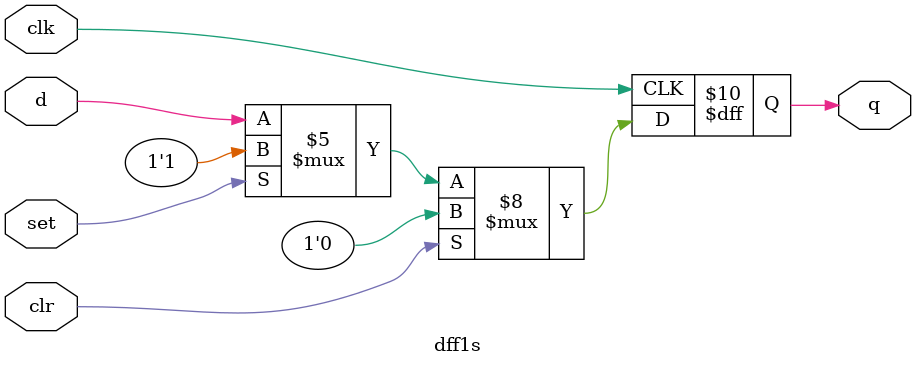
<source format=v>
`timescale 1ns / 1ps
module dff1s(
    input clk,
    input clr,
	 input set,
    input d,
    output reg q
    );

always@(posedge clk)
begin
	if(clr == 1) 
		q <= 0;
	else if(set == 1)
	   q <= 1;
	else 
		q <= d;
end

endmodule

</source>
